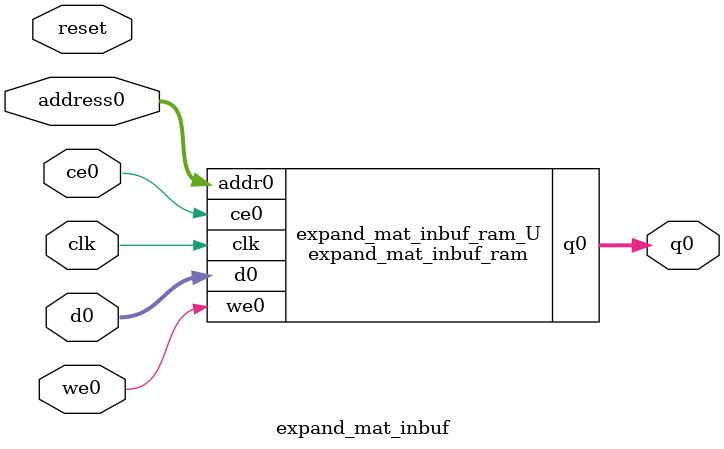
<source format=v>

`timescale 1 ns / 1 ps
module expand_mat_inbuf_ram (addr0, ce0, d0, we0, q0,  clk);

parameter DWIDTH = 8;
parameter AWIDTH = 6;
parameter MEM_SIZE = 33;

input[AWIDTH-1:0] addr0;
input ce0;
input[DWIDTH-1:0] d0;
input we0;
output reg[DWIDTH-1:0] q0;
input clk;

(* ram_style = "distributed" *)reg [DWIDTH-1:0] ram[0:MEM_SIZE-1];




always @(posedge clk)  
begin 
    if (ce0) 
    begin
        if (we0) 
        begin 
            ram[addr0] <= d0; 
            q0 <= d0;
        end 
        else 
            q0 <= ram[addr0];
    end
end


endmodule


`timescale 1 ns / 1 ps
module expand_mat_inbuf(
    reset,
    clk,
    address0,
    ce0,
    we0,
    d0,
    q0);

parameter DataWidth = 32'd8;
parameter AddressRange = 32'd33;
parameter AddressWidth = 32'd6;
input reset;
input clk;
input[AddressWidth - 1:0] address0;
input ce0;
input we0;
input[DataWidth - 1:0] d0;
output[DataWidth - 1:0] q0;



expand_mat_inbuf_ram expand_mat_inbuf_ram_U(
    .clk( clk ),
    .addr0( address0 ),
    .ce0( ce0 ),
    .we0( we0 ),
    .d0( d0 ),
    .q0( q0 ));

endmodule


</source>
